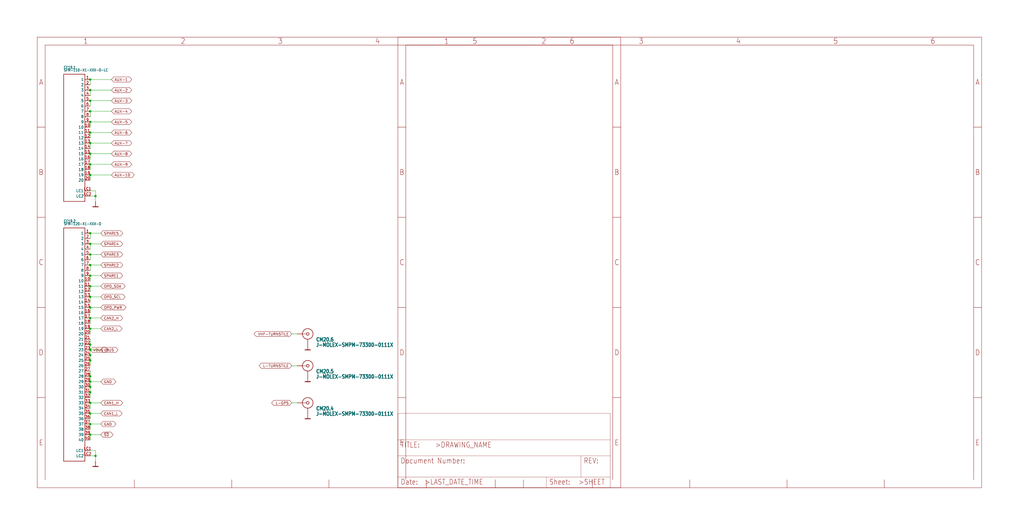
<source format=kicad_sch>
(kicad_sch (version 20211123) (generator eeschema)
  (paper "User" 490.22 254.406)
  (lib_symbols
    (symbol "J-MOLEX-SMPM-73300-0111X_1_1"
      (property "Reference" "CM2.2" (at 3.81 -3.81 0))
      (property "Value" "J-MOLEX-SMPM-73300-0111X_1_1" (at 3.81 -6.35 0))
      (symbol "J-MOLEX-SMPM-73300-0111X_1_1_1_0"
        (polyline (pts (xy -2.54 0) (xy -0.635 0)) (stroke (width 0.1524)))
        (circle (center 0 0) (radius 0.635) (stroke (width 0.254)))
        (circle (center 0 0) (radius 2.54) (stroke (width 0.254)))
        (pin passive line (at 0 -5.08 90) (length 2.54) (name "SHIELD1") (number "GND"))
        (pin passive line (at -5.08 0 0) (length 2.54) (name "RF") (number "RF-DOWN"))
      )
    )
    (symbol "J-MOLEX-SMPM-73300-0111X_1_2"
      (property "Reference" "CM2.2" (at 3.81 -3.81 0))
      (property "Value" "J-MOLEX-SMPM-73300-0111X_1_2" (at 3.81 -6.35 0))
      (symbol "J-MOLEX-SMPM-73300-0111X_1_2_1_0"
        (polyline (pts (xy -2.54 0) (xy -0.635 0)) (stroke (width 0.1524)))
        (circle (center 0 0) (radius 0.635) (stroke (width 0.254)))
        (circle (center 0 0) (radius 2.54) (stroke (width 0.254)))
        (pin passive line (at 0 -5.08 90) (length 2.54) (name "SHIELD1") (number "GND"))
        (pin passive line (at -5.08 0 0) (length 2.54) (name "RF") (number "RF-DOWN"))
      )
    )
    (symbol "oresat-backplane-2u-eagle-import:FRAME_A_L"
      (symbol "FRAME_A_L_0_0"
        (polyline (pts (xy 0 43.18) (xy 3.81 43.18)))
        (polyline (pts (xy 0 86.36) (xy 3.81 86.36)))
        (polyline (pts (xy 0 129.54) (xy 3.81 129.54)))
        (polyline (pts (xy 0 172.72) (xy 3.81 172.72)))
        (polyline (pts (xy 3.81 3.81) (xy 3.81 212.09)))
        (polyline (pts (xy 46.5667 0) (xy 46.5667 3.81)))
        (polyline (pts (xy 93.1333 0) (xy 93.1333 3.81)))
        (polyline (pts (xy 139.7 0) (xy 139.7 3.81)))
        (polyline (pts (xy 186.2667 0) (xy 186.2667 3.81)))
        (polyline (pts (xy 232.8333 0) (xy 232.8333 3.81)))
        (polyline (pts (xy 275.59 3.81) (xy 275.59 212.09)))
        (polyline (pts (xy 275.59 43.18) (xy 279.4 43.18)))
        (polyline (pts (xy 275.59 86.36) (xy 279.4 86.36)))
        (polyline (pts (xy 275.59 129.54) (xy 279.4 129.54)))
        (polyline (pts (xy 275.59 172.72) (xy 279.4 172.72)))
        (polyline (pts (xy 275.59 212.09) (xy 3.81 212.09)))
        (polyline (pts (xy 0 0) (xy 279.4 0) (xy 279.4 215.9) (xy 0 215.9) (xy 0 0)))
        (text "1" (at 23.2833 213.995 0) (effects (font (size 2.54 2.286))))
        (text "2" (at 69.85 213.995 0) (effects (font (size 2.54 2.286))))
        (text "3" (at 116.4167 213.995 0) (effects (font (size 2.54 2.286))))
        (text "4" (at 162.9833 213.995 0) (effects (font (size 2.54 2.286))))
        (text "5" (at 209.55 213.995 0) (effects (font (size 2.54 2.286))))
        (text "6" (at 256.1167 213.995 0) (effects (font (size 2.54 2.286))))
        (text "A" (at 1.905 194.31 0) (effects (font (size 2.54 2.286))))
        (text "A" (at 277.495 194.31 0) (effects (font (size 2.54 2.286))))
        (text "B" (at 1.905 151.13 0) (effects (font (size 2.54 2.286))))
        (text "B" (at 277.495 151.13 0) (effects (font (size 2.54 2.286))))
        (text "C" (at 1.905 107.95 0) (effects (font (size 2.54 2.286))))
        (text "C" (at 277.495 107.95 0) (effects (font (size 2.54 2.286))))
        (text "D" (at 1.905 64.77 0) (effects (font (size 2.54 2.286))))
        (text "D" (at 277.495 64.77 0) (effects (font (size 2.54 2.286))))
        (text "E" (at 1.905 21.59 0) (effects (font (size 2.54 2.286))))
        (text "E" (at 277.495 21.59 0) (effects (font (size 2.54 2.286))))
      )
      (symbol "FRAME_A_L_2_0"
        (polyline (pts (xy 0 0) (xy 0 5.08)) (stroke (width 0.1016)))
        (polyline (pts (xy 0 0) (xy 71.12 0)) (stroke (width 0.1016)))
        (polyline (pts (xy 0 5.08) (xy 0 15.24)) (stroke (width 0.1016)))
        (polyline (pts (xy 0 5.08) (xy 71.12 5.08)) (stroke (width 0.1016)))
        (polyline (pts (xy 0 15.24) (xy 0 22.86)) (stroke (width 0.1016)))
        (polyline (pts (xy 0 22.86) (xy 0 35.56)) (stroke (width 0.1016)))
        (polyline (pts (xy 0 22.86) (xy 101.6 22.86)) (stroke (width 0.1016)))
        (polyline (pts (xy 71.12 0) (xy 101.6 0)) (stroke (width 0.1016)))
        (polyline (pts (xy 71.12 5.08) (xy 71.12 0)) (stroke (width 0.1016)))
        (polyline (pts (xy 71.12 5.08) (xy 87.63 5.08)) (stroke (width 0.1016)))
        (polyline (pts (xy 87.63 5.08) (xy 101.6 5.08)) (stroke (width 0.1016)))
        (polyline (pts (xy 87.63 15.24) (xy 0 15.24)) (stroke (width 0.1016)))
        (polyline (pts (xy 87.63 15.24) (xy 87.63 5.08)) (stroke (width 0.1016)))
        (polyline (pts (xy 101.6 5.08) (xy 101.6 0)) (stroke (width 0.1016)))
        (polyline (pts (xy 101.6 15.24) (xy 87.63 15.24)) (stroke (width 0.1016)))
        (polyline (pts (xy 101.6 15.24) (xy 101.6 5.08)) (stroke (width 0.1016)))
        (polyline (pts (xy 101.6 22.86) (xy 101.6 15.24)) (stroke (width 0.1016)))
        (polyline (pts (xy 101.6 35.56) (xy 0 35.56)) (stroke (width 0.1016)))
        (polyline (pts (xy 101.6 35.56) (xy 101.6 22.86)) (stroke (width 0.1016)))
        (text ">DRAWING_NAME" (at 17.78 19.05 0) (effects (font (size 2.54 2.159)) (justify left bottom)))
        (text ">LAST_DATE_TIME" (at 12.7 1.27 0) (effects (font (size 2.54 2.159)) (justify left bottom)))
        (text ">SHEET" (at 86.36 1.27 0) (effects (font (size 2.54 2.159)) (justify left bottom)))
        (text "Date:" (at 1.27 1.27 0) (effects (font (size 2.54 2.159)) (justify left bottom)))
        (text "Document Number:" (at 1.27 11.43 0) (effects (font (size 2.54 2.159)) (justify left bottom)))
        (text "REV:" (at 88.9 11.43 0) (effects (font (size 2.54 2.159)) (justify left bottom)))
        (text "Sheet:" (at 72.39 1.27 0) (effects (font (size 2.54 2.159)) (justify left bottom)))
        (text "TITLE:" (at 1.27 19.05 0) (effects (font (size 2.54 2.159)) (justify left bottom)))
      )
    )
    (symbol "oresat-backplane-2u-eagle-import:GND" (power)
      (symbol "GND_1_0"
        (polyline (pts (xy -1.27 -2.54) (xy 1.27 -2.54)) (stroke (width 0.4064)))
        (pin power_in line (at 0 0 270) (length 2.54) (name "GND") (number "1"))
      )
    )
    (symbol "oresat-backplane-2u-eagle-import:SFM-110-X1-XXX-D-LC"
      (property "Reference" "CF" (at -2.54 33.02 0))
      (property "Value" "SFM-110-X1-XXX-D-LC" (at -2.54 31.75 0))
      (symbol "SFM-110-X1-XXX-D-LC_1_0"
        (polyline (pts (xy -2.54 -30.48) (xy -2.54 30.48)) (stroke (width 0.254)))
        (polyline (pts (xy -2.54 30.48) (xy 7.62 30.48)) (stroke (width 0.254)))
        (polyline (pts (xy 7.62 -30.48) (xy -2.54 -30.48)) (stroke (width 0.254)))
        (polyline (pts (xy 7.62 30.48) (xy 7.62 -30.48)) (stroke (width 0.254)))
        (pin passive line (at 10.16 27.94 180) (length 2.54) (name "1") (number "1"))
        (pin passive line (at 10.16 5.08 180) (length 2.54) (name "10") (number "10"))
        (pin passive line (at 10.16 2.54 180) (length 2.54) (name "11") (number "11"))
        (pin passive line (at 10.16 0 180) (length 2.54) (name "12") (number "12"))
        (pin passive line (at 10.16 -2.54 180) (length 2.54) (name "13") (number "13"))
        (pin passive line (at 10.16 -5.08 180) (length 2.54) (name "14") (number "14"))
        (pin passive line (at 10.16 -7.62 180) (length 2.54) (name "15") (number "15"))
        (pin passive line (at 10.16 -10.16 180) (length 2.54) (name "16") (number "16"))
        (pin passive line (at 10.16 -12.7 180) (length 2.54) (name "17") (number "17"))
        (pin passive line (at 10.16 -15.24 180) (length 2.54) (name "18") (number "18"))
        (pin passive line (at 10.16 -17.78 180) (length 2.54) (name "19") (number "19"))
        (pin passive line (at 10.16 25.4 180) (length 2.54) (name "2") (number "2"))
        (pin passive line (at 10.16 -20.32 180) (length 2.54) (name "20") (number "20"))
        (pin passive line (at 10.16 22.86 180) (length 2.54) (name "3") (number "3"))
        (pin passive line (at 10.16 20.32 180) (length 2.54) (name "4") (number "4"))
        (pin passive line (at 10.16 17.78 180) (length 2.54) (name "5") (number "5"))
        (pin passive line (at 10.16 15.24 180) (length 2.54) (name "6") (number "6"))
        (pin passive line (at 10.16 12.7 180) (length 2.54) (name "7") (number "7"))
        (pin passive line (at 10.16 10.16 180) (length 2.54) (name "8") (number "8"))
        (pin passive line (at 10.16 7.62 180) (length 2.54) (name "9") (number "9"))
        (pin passive line (at 10.16 -25.4 180) (length 2.54) (name "LC1") (number "LC1"))
        (pin passive line (at 10.16 -27.94 180) (length 2.54) (name "LC2") (number "LC2"))
      )
    )
    (symbol "oresat-backplane-2u-eagle-import:SFM-120-X1-XXX-D"
      (property "Reference" "J" (at -2.54 50.8 0))
      (property "Value" "SFM-120-X1-XXX-D" (at -2.54 49.53 0))
      (symbol "SFM-120-X1-XXX-D_1_0"
        (polyline (pts (xy -2.54 -63.5) (xy -2.54 48.26)) (stroke (width 0.254)))
        (polyline (pts (xy -2.54 48.26) (xy 7.62 48.26)) (stroke (width 0.254)))
        (polyline (pts (xy 7.62 -63.5) (xy -2.54 -63.5)) (stroke (width 0.254)))
        (polyline (pts (xy 7.62 48.26) (xy 7.62 -63.5)) (stroke (width 0.254)))
        (pin passive line (at 10.16 45.72 180) (length 2.54) (name "1") (number "1"))
        (pin passive line (at 10.16 22.86 180) (length 2.54) (name "10") (number "10"))
        (pin passive line (at 10.16 20.32 180) (length 2.54) (name "11") (number "11"))
        (pin passive line (at 10.16 17.78 180) (length 2.54) (name "12") (number "12"))
        (pin passive line (at 10.16 15.24 180) (length 2.54) (name "13") (number "13"))
        (pin passive line (at 10.16 12.7 180) (length 2.54) (name "14") (number "14"))
        (pin passive line (at 10.16 10.16 180) (length 2.54) (name "15") (number "15"))
        (pin passive line (at 10.16 7.62 180) (length 2.54) (name "16") (number "16"))
        (pin passive line (at 10.16 5.08 180) (length 2.54) (name "17") (number "17"))
        (pin passive line (at 10.16 2.54 180) (length 2.54) (name "18") (number "18"))
        (pin passive line (at 10.16 0 180) (length 2.54) (name "19") (number "19"))
        (pin passive line (at 10.16 43.18 180) (length 2.54) (name "2") (number "2"))
        (pin passive line (at 10.16 -2.54 180) (length 2.54) (name "20") (number "20"))
        (pin passive line (at 10.16 -5.08 180) (length 2.54) (name "21") (number "21"))
        (pin passive line (at 10.16 -7.62 180) (length 2.54) (name "22") (number "22"))
        (pin passive line (at 10.16 -10.16 180) (length 2.54) (name "23") (number "23"))
        (pin passive line (at 10.16 -12.7 180) (length 2.54) (name "24") (number "24"))
        (pin passive line (at 10.16 -15.24 180) (length 2.54) (name "25") (number "25"))
        (pin passive line (at 10.16 -17.78 180) (length 2.54) (name "26") (number "26"))
        (pin passive line (at 10.16 -20.32 180) (length 2.54) (name "27") (number "27"))
        (pin passive line (at 10.16 -22.86 180) (length 2.54) (name "28") (number "28"))
        (pin passive line (at 10.16 -25.4 180) (length 2.54) (name "29") (number "29"))
        (pin passive line (at 10.16 40.64 180) (length 2.54) (name "3") (number "3"))
        (pin passive line (at 10.16 -27.94 180) (length 2.54) (name "30") (number "30"))
        (pin passive line (at 10.16 -30.48 180) (length 2.54) (name "31") (number "31"))
        (pin passive line (at 10.16 -33.02 180) (length 2.54) (name "32") (number "32"))
        (pin passive line (at 10.16 -35.56 180) (length 2.54) (name "33") (number "33"))
        (pin passive line (at 10.16 -38.1 180) (length 2.54) (name "34") (number "34"))
        (pin passive line (at 10.16 -40.64 180) (length 2.54) (name "35") (number "35"))
        (pin passive line (at 10.16 -43.18 180) (length 2.54) (name "36") (number "36"))
        (pin passive line (at 10.16 -45.72 180) (length 2.54) (name "37") (number "37"))
        (pin passive line (at 10.16 -48.26 180) (length 2.54) (name "38") (number "38"))
        (pin passive line (at 10.16 -50.8 180) (length 2.54) (name "39") (number "39"))
        (pin passive line (at 10.16 38.1 180) (length 2.54) (name "4") (number "4"))
        (pin passive line (at 10.16 -53.34 180) (length 2.54) (name "40") (number "40"))
        (pin passive line (at 10.16 35.56 180) (length 2.54) (name "5") (number "5"))
        (pin passive line (at 10.16 33.02 180) (length 2.54) (name "6") (number "6"))
        (pin passive line (at 10.16 30.48 180) (length 2.54) (name "7") (number "7"))
        (pin passive line (at 10.16 27.94 180) (length 2.54) (name "8") (number "8"))
        (pin passive line (at 10.16 25.4 180) (length 2.54) (name "9") (number "9"))
        (pin passive line (at 10.16 -58.42 180) (length 2.54) (name "LC1") (number "LC1"))
        (pin passive line (at 10.16 -60.96 180) (length 2.54) (name "LC2") (number "LC2"))
      )
    )
    (symbol "oresat-symbols:J-MOLEX-SMPM-73300-0111X_1"
      (property "Reference" "CM2.2" (at 3.81 -3.81 0))
      (property "Value" "J-MOLEX-SMPM-73300-0111X_1" (at 3.81 -6.35 0))
      (symbol "J-MOLEX-SMPM-73300-0111X_1_1_0"
        (polyline (pts (xy -2.54 0) (xy -0.635 0)) (stroke (width 0.1524)))
        (circle (center 0 0) (radius 0.635) (stroke (width 0.254)))
        (circle (center 0 0) (radius 2.54) (stroke (width 0.254)))
        (pin passive line (at 0 -5.08 90) (length 2.54) (name "SHIELD1") (number "GND"))
        (pin passive line (at -5.08 0 0) (length 2.54) (name "RF") (number "RF-DOWN"))
      )
    )
  )
  (junction (at 43.18 208.28))
  (junction (at 43.18 63.5))
  (junction (at 43.18 152.4))
  (junction (at 43.18 132.08))
  (junction (at 43.18 73.66))
  (junction (at 43.18 43.18))
  (junction (at 43.18 185.42))
  (junction (at 43.18 48.26))
  (junction (at 43.18 172.72))
  (junction (at 43.18 203.2))
  (junction (at 43.18 53.34))
  (junction (at 43.18 58.42))
  (junction (at 43.18 198.12))
  (junction (at 43.18 68.58))
  (junction (at 43.18 157.48))
  (junction (at 43.18 147.32))
  (junction (at 43.18 167.64))
  (junction (at 43.18 78.74))
  (junction (at 45.72 93.98))
  (junction (at 43.18 170.18))
  (junction (at 43.18 193.04))
  (junction (at 45.72 218.44))
  (junction (at 43.18 182.88))
  (junction (at 43.18 142.24))
  (junction (at 43.18 137.16))
  (junction (at 43.18 165.1))
  (junction (at 43.18 187.96))
  (junction (at 43.18 83.82))
  (junction (at 43.18 180.34))
  (junction (at 43.18 111.76))
  (junction (at 43.18 121.92))
  (junction (at 43.18 127))
  (junction (at 43.18 116.84))
  (junction (at 43.18 38.1))
  (wire (pts (xy 142.24 193.04) (xy 139.7 193.04)))
  (wire (pts (xy 43.18 116.84) (xy 43.18 119.38)))
  (wire (pts (xy 48.26 198.12) (xy 43.18 198.12)))
  (wire (pts (xy 43.18 167.64) (xy 43.18 165.1)))
  (wire (pts (xy 43.18 215.9) (xy 45.72 215.9)))
  (wire (pts (xy 43.18 218.44) (xy 45.72 218.44)))
  (wire (pts (xy 43.18 121.92) (xy 43.18 124.46)))
  (wire (pts (xy 142.24 160.02) (xy 139.7 160.02)))
  (wire (pts (xy 43.18 38.1) (xy 53.34 38.1)))
  (wire (pts (xy 45.72 218.44) (xy 45.72 220.98)))
  (wire (pts (xy 43.18 142.24) (xy 43.18 144.78)))
  (wire (pts (xy 43.18 167.64) (xy 48.26 167.64)))
  (wire (pts (xy 43.18 137.16) (xy 43.18 139.7)))
  (wire (pts (xy 48.26 152.4) (xy 43.18 152.4)))
  (wire (pts (xy 48.26 142.24) (xy 43.18 142.24)))
  (wire (pts (xy 43.18 43.18) (xy 43.18 45.72)))
  (wire (pts (xy 43.18 58.42) (xy 43.18 60.96)))
  (wire (pts (xy 43.18 172.72) (xy 43.18 170.18)))
  (wire (pts (xy 43.18 121.92) (xy 48.26 121.92)))
  (wire (pts (xy 43.18 48.26) (xy 43.18 50.8)))
  (wire (pts (xy 43.18 73.66) (xy 53.34 73.66)))
  (wire (pts (xy 48.26 182.88) (xy 43.18 182.88)))
  (wire (pts (xy 43.18 78.74) (xy 53.34 78.74)))
  (wire (pts (xy 43.18 152.4) (xy 43.18 154.94)))
  (wire (pts (xy 43.18 180.34) (xy 43.18 177.8)))
  (wire (pts (xy 43.18 38.1) (xy 43.18 40.64)))
  (wire (pts (xy 48.26 127) (xy 43.18 127)))
  (wire (pts (xy 43.18 53.34) (xy 53.34 53.34)))
  (wire (pts (xy 48.26 203.2) (xy 43.18 203.2)))
  (wire (pts (xy 48.26 157.48) (xy 43.18 157.48)))
  (wire (pts (xy 48.26 147.32) (xy 43.18 147.32)))
  (wire (pts (xy 43.18 111.76) (xy 48.26 111.76)))
  (wire (pts (xy 43.18 147.32) (xy 43.18 149.86)))
  (wire (pts (xy 43.18 58.42) (xy 53.34 58.42)))
  (wire (pts (xy 43.18 132.08) (xy 43.18 134.62)))
  (wire (pts (xy 43.18 203.2) (xy 43.18 205.74)))
  (wire (pts (xy 43.18 78.74) (xy 43.18 81.28)))
  (wire (pts (xy 43.18 48.26) (xy 53.34 48.26)))
  (wire (pts (xy 43.18 83.82) (xy 43.18 86.36)))
  (wire (pts (xy 48.26 137.16) (xy 43.18 137.16)))
  (wire (pts (xy 43.18 63.5) (xy 53.34 63.5)))
  (wire (pts (xy 43.18 208.28) (xy 43.18 210.82)))
  (wire (pts (xy 45.72 91.44) (xy 43.18 91.44)))
  (wire (pts (xy 43.18 73.66) (xy 43.18 76.2)))
  (wire (pts (xy 43.18 116.84) (xy 48.26 116.84)))
  (wire (pts (xy 45.72 93.98) (xy 43.18 93.98)))
  (wire (pts (xy 43.18 43.18) (xy 53.34 43.18)))
  (wire (pts (xy 43.18 63.5) (xy 43.18 66.04)))
  (wire (pts (xy 43.18 53.34) (xy 43.18 55.88)))
  (wire (pts (xy 43.18 111.76) (xy 43.18 114.3)))
  (wire (pts (xy 43.18 193.04) (xy 43.18 195.58)))
  (wire (pts (xy 43.18 182.88) (xy 43.18 185.42)))
  (wire (pts (xy 43.18 165.1) (xy 43.18 162.56)))
  (wire (pts (xy 43.18 127) (xy 43.18 129.54)))
  (wire (pts (xy 48.26 193.04) (xy 43.18 193.04)))
  (wire (pts (xy 43.18 182.88) (xy 43.18 180.34)))
  (wire (pts (xy 43.18 198.12) (xy 43.18 200.66)))
  (wire (pts (xy 43.18 68.58) (xy 43.18 71.12)))
  (wire (pts (xy 43.18 185.42) (xy 43.18 187.96)))
  (wire (pts (xy 43.18 187.96) (xy 43.18 190.5)))
  (wire (pts (xy 45.72 96.52) (xy 45.72 93.98)))
  (wire (pts (xy 43.18 157.48) (xy 43.18 160.02)))
  (wire (pts (xy 48.26 208.28) (xy 43.18 208.28)))
  (wire (pts (xy 43.18 170.18) (xy 43.18 167.64)))
  (wire (pts (xy 43.18 172.72) (xy 43.18 175.26)))
  (wire (pts (xy 45.72 93.98) (xy 45.72 91.44)))
  (wire (pts (xy 48.26 132.08) (xy 43.18 132.08)))
  (wire (pts (xy 43.18 68.58) (xy 53.34 68.58)))
  (wire (pts (xy 142.24 175.26) (xy 139.7 175.26)))
  (wire (pts (xy 45.72 215.9) (xy 45.72 218.44)))
  (wire (pts (xy 43.18 83.82) (xy 53.34 83.82)))
  (global_label "AUX-2" (shape bidirectional) (at 53.34 43.18 0) (effects (font (size 1.2446 1.2446))) (property "Intersheet References" "${INTERSHEET_REFS}" (effects hide)))
  (global_label "OPD_SCL" (shape bidirectional) (at 48.26 142.24 0) (effects (font (size 1.2446 1.2446))) (property "Intersheet References" "${INTERSHEET_REFS}" (effects hide)))
  (global_label "AUX-3" (shape bidirectional) (at 53.34 48.26 0) (effects (font (size 1.2446 1.2446))) (property "Intersheet References" "${INTERSHEET_REFS}" (effects hide)))
  (global_label "AUX-5" (shape bidirectional) (at 53.34 58.42 0) (effects (font (size 1.2446 1.2446))) (property "Intersheet References" "${INTERSHEET_REFS}" (effects hide)))
  (global_label "AUX-7" (shape bidirectional) (at 53.34 68.58 0) (effects (font (size 1.2446 1.2446))) (property "Intersheet References" "${INTERSHEET_REFS}" (effects hide)))
  (global_label "L-GPS" (shape bidirectional) (at 139.7 193.04 180) (effects (font (size 1.2446 1.2446))) (property "Intersheet References" "${INTERSHEET_REFS}" (effects hide)))
  (global_label "GND" (shape bidirectional) (at 48.26 182.88 0) (effects (font (size 1.2446 1.2446))) (property "Intersheet References" "${INTERSHEET_REFS}" (effects hide)))
  (global_label "CAN1_L" (shape bidirectional) (at 48.26 198.12 0) (effects (font (size 1.2446 1.2446))) (property "Intersheet References" "${INTERSHEET_REFS}" (effects hide)))
  (global_label "CAN2_L" (shape bidirectional) (at 48.26 157.48 0) (effects (font (size 1.2446 1.2446))) (property "Intersheet References" "${INTERSHEET_REFS}" (effects hide)))
  (global_label "CAN1_H" (shape bidirectional) (at 48.26 193.04 0) (effects (font (size 1.2446 1.2446))) (property "Intersheet References" "${INTERSHEET_REFS}" (effects hide)))
  (global_label "VBUS" (shape bidirectional) (at 43.18 167.64 0) (effects (font (size 1.2446 1.2446))) (property "Intersheet References" "${INTERSHEET_REFS}" (effects hide)))
  (global_label "AUX-4" (shape bidirectional) (at 53.34 53.34 0) (effects (font (size 1.2446 1.2446))) (property "Intersheet References" "${INTERSHEET_REFS}" (effects hide)))
  (global_label "AUX-6" (shape bidirectional) (at 53.34 63.5 0) (effects (font (size 1.2446 1.2446))) (property "Intersheet References" "${INTERSHEET_REFS}" (effects hide)))
  (global_label "SPARE3" (shape bidirectional) (at 48.26 121.92 0) (effects (font (size 1.2446 1.2446))) (property "Intersheet References" "${INTERSHEET_REFS}" (effects hide)))
  (global_label "AUX-10" (shape bidirectional) (at 53.34 83.82 0) (effects (font (size 1.2446 1.2446))) (property "Intersheet References" "${INTERSHEET_REFS}" (effects hide)))
  (global_label "GND" (shape bidirectional) (at 48.26 203.2 0) (effects (font (size 1.2446 1.2446))) (property "Intersheet References" "${INTERSHEET_REFS}" (effects hide)))
  (global_label "SPARE2" (shape bidirectional) (at 48.26 127 0) (effects (font (size 1.2446 1.2446))) (property "Intersheet References" "${INTERSHEET_REFS}" (effects hide)))
  (global_label "VBUS" (shape bidirectional) (at 48.26 167.64 0) (effects (font (size 1.2446 1.2446))) (property "Intersheet References" "${INTERSHEET_REFS}" (effects hide)))
  (global_label "OPD_SDA" (shape bidirectional) (at 48.26 137.16 0) (effects (font (size 1.2446 1.2446))) (property "Intersheet References" "${INTERSHEET_REFS}" (effects hide)))
  (global_label "SPARE4" (shape bidirectional) (at 48.26 116.84 0) (effects (font (size 1.2446 1.2446))) (property "Intersheet References" "${INTERSHEET_REFS}" (effects hide)))
  (global_label "~{SD}" (shape bidirectional) (at 48.26 208.28 0) (effects (font (size 1.2446 1.2446))) (property "Intersheet References" "${INTERSHEET_REFS}" (effects hide)))
  (global_label "CAN2_H" (shape bidirectional) (at 48.26 152.4 0) (effects (font (size 1.2446 1.2446))) (property "Intersheet References" "${INTERSHEET_REFS}" (effects hide)))
  (global_label "AUX-8" (shape bidirectional) (at 53.34 73.66 0) (effects (font (size 1.2446 1.2446))) (property "Intersheet References" "${INTERSHEET_REFS}" (effects hide)))
  (global_label "AUX-1" (shape bidirectional) (at 53.34 38.1 0) (effects (font (size 1.2446 1.2446))) (property "Intersheet References" "${INTERSHEET_REFS}" (effects hide)))
  (global_label "VHF-TURNSTILE" (shape bidirectional) (at 139.7 160.02 180) (effects (font (size 1.2446 1.2446))) (property "Intersheet References" "${INTERSHEET_REFS}" (effects hide)))
  (global_label "L-TURNSTILE" (shape bidirectional) (at 139.7 175.26 180) (effects (font (size 1.2446 1.2446))) (property "Intersheet References" "${INTERSHEET_REFS}" (effects hide)))
  (global_label "AUX-9" (shape bidirectional) (at 53.34 78.74 0) (effects (font (size 1.2446 1.2446))) (property "Intersheet References" "${INTERSHEET_REFS}" (effects hide)))
  (global_label "OPD_PWR" (shape bidirectional) (at 48.26 147.32 0) (effects (font (size 1.2446 1.2446))) (property "Intersheet References" "${INTERSHEET_REFS}" (effects hide)))
  (global_label "SPARE5" (shape bidirectional) (at 48.26 111.76 0) (effects (font (size 1.2446 1.2446))) (property "Intersheet References" "${INTERSHEET_REFS}" (effects hide)))
  (global_label "SPARE1" (shape bidirectional) (at 48.26 132.08 0) (effects (font (size 1.2446 1.2446))) (property "Intersheet References" "${INTERSHEET_REFS}" (effects hide)))
  (symbol (lib_name "J-MOLEX-SMPM-73300-0111X_1_2") (lib_id "oresat-symbols:J-MOLEX-SMPM-73300-0111X_1") (at 147.32 175.26 0) (unit 1)
    (property "Reference" "CM20.5" (at 151.13 179.07 0) (effects (font (size 1.778 1.5113) bold) (justify left bottom)))
    (property "Value" "J-MOLEX-SMPM-73300-0111X" (at 151.13 181.61 0) (effects (font (size 1.778 1.5113) bold) (justify left bottom)))
    (property "Footprint" "oresat-footprints:J-MOLEX-SMPM-73300-0111X-long" (effects hide))
  )
  (symbol (lib_id "oresat-symbols:J-MOLEX-SMPM-73300-0111X_1") (at 147.32 193.04 0) (unit 1)
    (property "Reference" "CM20.4" (at 151.13 196.85 0) (effects (font (size 1.778 1.5113) bold) (justify left bottom)))
    (property "Value" "J-MOLEX-SMPM-73300-0111X" (at 151.13 199.39 0) (effects (font (size 1.778 1.5113) bold) (justify left bottom)))
    (property "Footprint" "oresat-footprints:J-MOLEX-SMPM-73300-0111X-long" (effects hide))
  )
  (symbol (lib_id "oresat-backplane-2u-eagle-import:SFM-120-X1-XXX-D") (at 33.02 157.48 0) (unit 1)
    (property "Reference" "CF19.2" (at 30.48 106.68 0) (effects (font (size 1.27 1.0795)) (justify left bottom)))
    (property "Value" "SFM-120-X1-XXX-D" (at 30.48 107.95 0) (effects (font (size 1.27 1.0795)) (justify left bottom)))
    (property "Footprint" "oresat-backplane-2u:SFM-120-X1-XXX-D" (effects hide))
  )
  (symbol (lib_name "J-MOLEX-SMPM-73300-0111X_1_1") (lib_id "oresat-symbols:J-MOLEX-SMPM-73300-0111X_1") (at 147.32 160.02 0) (unit 1)
    (property "Reference" "CM20.6" (at 151.13 163.83 0) (effects (font (size 1.778 1.5113) bold) (justify left bottom)))
    (property "Value" "J-MOLEX-SMPM-73300-0111X" (at 151.13 166.37 0) (effects (font (size 1.778 1.5113) bold) (justify left bottom)))
    (property "Footprint" "oresat-footprints:J-MOLEX-SMPM-73300-0111X-long" (effects hide))
  )
  (symbol (lib_id "oresat-backplane-2u-eagle-import:FRAME_A_L") (at 17.78 233.68 0) (unit 1)
    (property "Reference" "#FRAME2" (effects hide))
    (property "Value" "FRAME_A_L" (effects hide))
    (property "Footprint" "oresat-backplane-2u:" (effects hide))
  )
  (symbol (lib_id "oresat-backplane-2u-eagle-import:GND") (at 147.32 165.1 0) (unit 1)
    (property "Reference" "#GND09" (effects hide))
    (property "Value" "GND" (effects hide))
    (property "Footprint" "oresat-backplane-2u:" (effects hide))
  )
  (symbol (lib_id "oresat-backplane-2u-eagle-import:GND") (at 147.32 180.34 0) (unit 1)
    (property "Reference" "#GND08" (effects hide))
    (property "Value" "GND" (effects hide))
    (property "Footprint" "oresat-backplane-2u:" (effects hide))
  )
  (symbol (lib_id "oresat-backplane-2u-eagle-import:SFM-110-X1-XXX-D-LC") (at 33.02 66.04 0) (unit 1)
    (property "Reference" "CF19.1" (at 30.48 33.02 0) (effects (font (size 1.27 1.0795)) (justify left bottom)))
    (property "Value" "SFM-110-X1-XXX-D-LC" (at 30.48 34.29 0) (effects (font (size 1.27 1.0795)) (justify left bottom)))
    (property "Footprint" "oresat-backplane-2u:SFM-110-X1-XXX-D-LC" (effects hide))
  )
  (symbol (lib_id "oresat-backplane-2u-eagle-import:GND") (at 45.72 96.52 0) (unit 1)
    (property "Reference" "#GND013" (effects hide))
    (property "Value" "GND" (effects hide))
    (property "Footprint" "oresat-backplane-2u:" (effects hide))
  )
  (symbol (lib_id "oresat-backplane-2u-eagle-import:FRAME_A_L") (at 190.5 233.68 0) (unit 2)
    (property "Reference" "#FRAME2" (effects hide))
    (property "Value" "FRAME_A_L" (effects hide))
    (property "Footprint" "oresat-backplane-2u:" (effects hide))
  )
  (symbol (lib_id "oresat-backplane-2u-eagle-import:GND") (at 45.72 220.98 0) (unit 1)
    (property "Reference" "#GND02" (effects hide))
    (property "Value" "GND" (effects hide))
    (property "Footprint" "oresat-backplane-2u:" (effects hide))
  )
  (symbol (lib_id "oresat-backplane-2u-eagle-import:GND") (at 147.32 198.12 0) (unit 1)
    (property "Reference" "#GND07" (effects hide))
    (property "Value" "GND" (effects hide))
    (property "Footprint" "oresat-backplane-2u:" (effects hide))
  )
)
</source>
